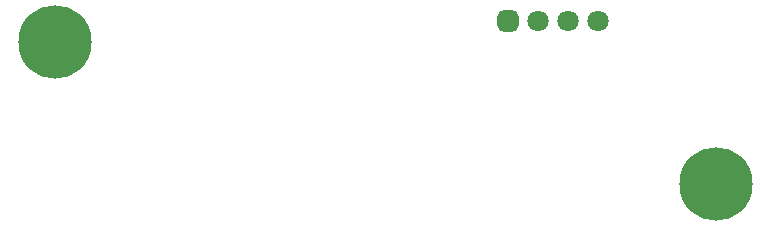
<source format=gbs>
G04*
G04 #@! TF.GenerationSoftware,Altium Limited,Altium Designer,21.9.2 (33)*
G04*
G04 Layer_Color=16711935*
%FSLAX44Y44*%
%MOMM*%
G71*
G04*
G04 #@! TF.SameCoordinates,8E8D2D65-0791-42D9-92B5-5118B9BC109D*
G04*
G04*
G04 #@! TF.FilePolarity,Negative*
G04*
G01*
G75*
%ADD42C,6.2032*%
%ADD43C,1.8032*%
G04:AMPARAMS|DCode=44|XSize=1.8032mm|YSize=1.8032mm|CornerRadius=0.5016mm|HoleSize=0mm|Usage=FLASHONLY|Rotation=0.000|XOffset=0mm|YOffset=0mm|HoleType=Round|Shape=RoundedRectangle|*
%AMROUNDEDRECTD44*
21,1,1.8032,0.8000,0,0,0.0*
21,1,0.8000,1.8032,0,0,0.0*
1,1,1.0032,0.4000,-0.4000*
1,1,1.0032,-0.4000,-0.4000*
1,1,1.0032,-0.4000,0.4000*
1,1,1.0032,0.4000,0.4000*
%
%ADD44ROUNDEDRECTD44*%
%ADD45C,1.2032*%
D42*
X1059000Y590000D02*
D03*
X499000Y710000D02*
D03*
D43*
X958400Y728000D02*
D03*
X933000D02*
D03*
X907600D02*
D03*
D44*
X882200D02*
D03*
D45*
X1042835Y606164D02*
D03*
X1036140Y590000D02*
D03*
X1042835Y573835D02*
D03*
X1059000Y567140D02*
D03*
X1075164Y573835D02*
D03*
X1081860Y590000D02*
D03*
X1075164Y606164D02*
D03*
X1059000Y612860D02*
D03*
X482836Y726164D02*
D03*
X476140Y710000D02*
D03*
X482836Y693836D02*
D03*
X499000Y687140D02*
D03*
X515164Y693836D02*
D03*
X521860Y710000D02*
D03*
X515164Y726164D02*
D03*
X499000Y732860D02*
D03*
M02*

</source>
